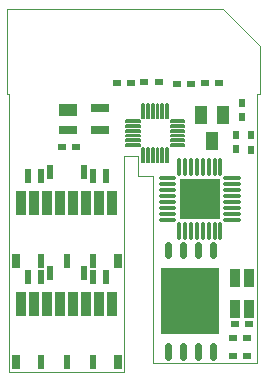
<source format=gts>
G04 EAGLE Gerber RS-274X export*
G75*
%MOMM*%
%FSLAX34Y34*%
%LPD*%
%AMOC8*
5,1,8,0,0,1.08239X$1,22.5*%
G01*
%ADD10C,0.030000*%
%ADD11C,0.351600*%
%ADD12R,3.501600X3.501600*%
%ADD13R,0.701600X0.601600*%
%ADD14R,0.601600X0.701600*%
%ADD15C,0.601600*%
%ADD16R,4.901600X5.701600*%
%ADD17R,0.901600X1.501600*%
%ADD18C,0.150800*%
%ADD19R,1.501600X1.101600*%
%ADD20R,1.501600X0.701600*%
%ADD21R,0.651600X1.201600*%
%ADD22R,0.551600X1.301600*%
%ADD23R,0.601600X1.301600*%
%ADD24R,0.601600X1.201600*%
%ADD25R,0.901600X2.101600*%
%ADD26R,1.101600X1.501600*%


D10*
X500Y-3000D02*
X500Y232500D01*
X-2000Y232500D01*
X-2000Y304000D01*
X181200Y304000D01*
X213000Y272700D01*
X213000Y232500D01*
X210000Y232500D01*
X210000Y4000D01*
X122000Y4000D01*
X122000Y163000D01*
X109000Y163000D01*
X109000Y180000D01*
X97500Y180000D01*
X97500Y-3000D01*
X500Y-3000D01*
D11*
X183150Y125750D02*
X194650Y125750D01*
D12*
X161650Y143250D03*
D11*
X183150Y130750D02*
X194650Y130750D01*
X194650Y135750D02*
X183150Y135750D01*
X183150Y140750D02*
X194650Y140750D01*
X194650Y145750D02*
X183150Y145750D01*
X183150Y150750D02*
X194650Y150750D01*
X194650Y155750D02*
X183150Y155750D01*
X183150Y160750D02*
X194650Y160750D01*
X179150Y164750D02*
X179150Y176250D01*
X174150Y176250D02*
X174150Y164750D01*
X169150Y164750D02*
X169150Y176250D01*
X164150Y176250D02*
X164150Y164750D01*
X159150Y164750D02*
X159150Y176250D01*
X154150Y176250D02*
X154150Y164750D01*
X149150Y164750D02*
X149150Y176250D01*
X144150Y176250D02*
X144150Y164750D01*
X140150Y160750D02*
X128650Y160750D01*
X128650Y155750D02*
X140150Y155750D01*
X140150Y150750D02*
X128650Y150750D01*
X128650Y145750D02*
X140150Y145750D01*
X140150Y140750D02*
X128650Y140750D01*
X128650Y135750D02*
X140150Y135750D01*
X140150Y130750D02*
X128650Y130750D01*
X128650Y125750D02*
X140150Y125750D01*
X144150Y121750D02*
X144150Y110250D01*
X149150Y110250D02*
X149150Y121750D01*
X154150Y121750D02*
X154150Y110250D01*
X159150Y110250D02*
X159150Y121750D01*
X164150Y121750D02*
X164150Y110250D01*
X169150Y110250D02*
X169150Y121750D01*
X174150Y121750D02*
X174150Y110250D01*
X179150Y110250D02*
X179150Y121750D01*
D13*
X154500Y240950D03*
X142500Y240950D03*
X114700Y241950D03*
X126700Y241950D03*
X103450Y241550D03*
X91450Y241550D03*
D14*
X204650Y197036D03*
X204650Y185036D03*
D15*
X172550Y104550D02*
X172550Y95550D01*
D16*
X153500Y57050D03*
D15*
X159850Y95550D02*
X159850Y104550D01*
X147150Y104550D02*
X147150Y95550D01*
X134450Y95550D02*
X134450Y104550D01*
X134450Y18550D02*
X134450Y9550D01*
X147150Y9550D02*
X147150Y18550D01*
X159850Y18550D02*
X159850Y9550D01*
X172550Y9550D02*
X172550Y18550D01*
D13*
X201550Y10000D03*
X189550Y10000D03*
D17*
X203250Y50000D03*
X203250Y76000D03*
X191250Y76000D03*
X191250Y50000D03*
D13*
X203115Y37092D03*
X191115Y37092D03*
D18*
X148554Y189854D02*
X136846Y189854D01*
X148554Y189854D02*
X148554Y188346D01*
X136846Y188346D01*
X136846Y189854D01*
X136846Y189779D02*
X148554Y189779D01*
X148554Y193854D02*
X136846Y193854D01*
X148554Y193854D02*
X148554Y192346D01*
X136846Y192346D01*
X136846Y193854D01*
X136846Y193779D02*
X148554Y193779D01*
X148554Y197854D02*
X136846Y197854D01*
X148554Y197854D02*
X148554Y196346D01*
X136846Y196346D01*
X136846Y197854D01*
X136846Y197779D02*
X148554Y197779D01*
X148554Y201854D02*
X136846Y201854D01*
X148554Y201854D02*
X148554Y200346D01*
X136846Y200346D01*
X136846Y201854D01*
X136846Y201779D02*
X148554Y201779D01*
X148554Y205854D02*
X136846Y205854D01*
X148554Y205854D02*
X148554Y204346D01*
X136846Y204346D01*
X136846Y205854D01*
X136846Y205779D02*
X148554Y205779D01*
X148554Y209854D02*
X136846Y209854D01*
X148554Y209854D02*
X148554Y208346D01*
X136846Y208346D01*
X136846Y209854D01*
X136846Y209779D02*
X148554Y209779D01*
X133046Y212146D02*
X133046Y223854D01*
X134554Y223854D01*
X134554Y212146D01*
X133046Y212146D01*
X133046Y213579D02*
X134554Y213579D01*
X134554Y215012D02*
X133046Y215012D01*
X133046Y216445D02*
X134554Y216445D01*
X134554Y217878D02*
X133046Y217878D01*
X133046Y219311D02*
X134554Y219311D01*
X134554Y220744D02*
X133046Y220744D01*
X133046Y222177D02*
X134554Y222177D01*
X134554Y223610D02*
X133046Y223610D01*
X129046Y223854D02*
X129046Y212146D01*
X129046Y223854D02*
X130554Y223854D01*
X130554Y212146D01*
X129046Y212146D01*
X129046Y213579D02*
X130554Y213579D01*
X130554Y215012D02*
X129046Y215012D01*
X129046Y216445D02*
X130554Y216445D01*
X130554Y217878D02*
X129046Y217878D01*
X129046Y219311D02*
X130554Y219311D01*
X130554Y220744D02*
X129046Y220744D01*
X129046Y222177D02*
X130554Y222177D01*
X130554Y223610D02*
X129046Y223610D01*
X125046Y223854D02*
X125046Y212146D01*
X125046Y223854D02*
X126554Y223854D01*
X126554Y212146D01*
X125046Y212146D01*
X125046Y213579D02*
X126554Y213579D01*
X126554Y215012D02*
X125046Y215012D01*
X125046Y216445D02*
X126554Y216445D01*
X126554Y217878D02*
X125046Y217878D01*
X125046Y219311D02*
X126554Y219311D01*
X126554Y220744D02*
X125046Y220744D01*
X125046Y222177D02*
X126554Y222177D01*
X126554Y223610D02*
X125046Y223610D01*
X121046Y223854D02*
X121046Y212146D01*
X121046Y223854D02*
X122554Y223854D01*
X122554Y212146D01*
X121046Y212146D01*
X121046Y213579D02*
X122554Y213579D01*
X122554Y215012D02*
X121046Y215012D01*
X121046Y216445D02*
X122554Y216445D01*
X122554Y217878D02*
X121046Y217878D01*
X121046Y219311D02*
X122554Y219311D01*
X122554Y220744D02*
X121046Y220744D01*
X121046Y222177D02*
X122554Y222177D01*
X122554Y223610D02*
X121046Y223610D01*
X117046Y223854D02*
X117046Y212146D01*
X117046Y223854D02*
X118554Y223854D01*
X118554Y212146D01*
X117046Y212146D01*
X117046Y213579D02*
X118554Y213579D01*
X118554Y215012D02*
X117046Y215012D01*
X117046Y216445D02*
X118554Y216445D01*
X118554Y217878D02*
X117046Y217878D01*
X117046Y219311D02*
X118554Y219311D01*
X118554Y220744D02*
X117046Y220744D01*
X117046Y222177D02*
X118554Y222177D01*
X118554Y223610D02*
X117046Y223610D01*
X113046Y223854D02*
X113046Y212146D01*
X113046Y223854D02*
X114554Y223854D01*
X114554Y212146D01*
X113046Y212146D01*
X113046Y213579D02*
X114554Y213579D01*
X114554Y215012D02*
X113046Y215012D01*
X113046Y216445D02*
X114554Y216445D01*
X114554Y217878D02*
X113046Y217878D01*
X113046Y219311D02*
X114554Y219311D01*
X114554Y220744D02*
X113046Y220744D01*
X113046Y222177D02*
X114554Y222177D01*
X114554Y223610D02*
X113046Y223610D01*
X110754Y208346D02*
X99046Y208346D01*
X99046Y209854D01*
X110754Y209854D01*
X110754Y208346D01*
X110754Y209779D02*
X99046Y209779D01*
X99046Y204346D02*
X110754Y204346D01*
X99046Y204346D02*
X99046Y205854D01*
X110754Y205854D01*
X110754Y204346D01*
X110754Y205779D02*
X99046Y205779D01*
X99046Y200346D02*
X110754Y200346D01*
X99046Y200346D02*
X99046Y201854D01*
X110754Y201854D01*
X110754Y200346D01*
X110754Y201779D02*
X99046Y201779D01*
X99046Y196346D02*
X110754Y196346D01*
X99046Y196346D02*
X99046Y197854D01*
X110754Y197854D01*
X110754Y196346D01*
X110754Y197779D02*
X99046Y197779D01*
X99046Y192346D02*
X110754Y192346D01*
X99046Y192346D02*
X99046Y193854D01*
X110754Y193854D01*
X110754Y192346D01*
X110754Y193779D02*
X99046Y193779D01*
X99046Y188346D02*
X110754Y188346D01*
X99046Y188346D02*
X99046Y189854D01*
X110754Y189854D01*
X110754Y188346D01*
X110754Y189779D02*
X99046Y189779D01*
X114554Y186054D02*
X114554Y174346D01*
X113046Y174346D01*
X113046Y186054D01*
X114554Y186054D01*
X114554Y175779D02*
X113046Y175779D01*
X113046Y177212D02*
X114554Y177212D01*
X114554Y178645D02*
X113046Y178645D01*
X113046Y180078D02*
X114554Y180078D01*
X114554Y181511D02*
X113046Y181511D01*
X113046Y182944D02*
X114554Y182944D01*
X114554Y184377D02*
X113046Y184377D01*
X113046Y185810D02*
X114554Y185810D01*
X118554Y186054D02*
X118554Y174346D01*
X117046Y174346D01*
X117046Y186054D01*
X118554Y186054D01*
X118554Y175779D02*
X117046Y175779D01*
X117046Y177212D02*
X118554Y177212D01*
X118554Y178645D02*
X117046Y178645D01*
X117046Y180078D02*
X118554Y180078D01*
X118554Y181511D02*
X117046Y181511D01*
X117046Y182944D02*
X118554Y182944D01*
X118554Y184377D02*
X117046Y184377D01*
X117046Y185810D02*
X118554Y185810D01*
X122554Y186054D02*
X122554Y174346D01*
X121046Y174346D01*
X121046Y186054D01*
X122554Y186054D01*
X122554Y175779D02*
X121046Y175779D01*
X121046Y177212D02*
X122554Y177212D01*
X122554Y178645D02*
X121046Y178645D01*
X121046Y180078D02*
X122554Y180078D01*
X122554Y181511D02*
X121046Y181511D01*
X121046Y182944D02*
X122554Y182944D01*
X122554Y184377D02*
X121046Y184377D01*
X121046Y185810D02*
X122554Y185810D01*
X126554Y186054D02*
X126554Y174346D01*
X125046Y174346D01*
X125046Y186054D01*
X126554Y186054D01*
X126554Y175779D02*
X125046Y175779D01*
X125046Y177212D02*
X126554Y177212D01*
X126554Y178645D02*
X125046Y178645D01*
X125046Y180078D02*
X126554Y180078D01*
X126554Y181511D02*
X125046Y181511D01*
X125046Y182944D02*
X126554Y182944D01*
X126554Y184377D02*
X125046Y184377D01*
X125046Y185810D02*
X126554Y185810D01*
X130554Y186054D02*
X130554Y174346D01*
X129046Y174346D01*
X129046Y186054D01*
X130554Y186054D01*
X130554Y175779D02*
X129046Y175779D01*
X129046Y177212D02*
X130554Y177212D01*
X130554Y178645D02*
X129046Y178645D01*
X129046Y180078D02*
X130554Y180078D01*
X130554Y181511D02*
X129046Y181511D01*
X129046Y182944D02*
X130554Y182944D01*
X130554Y184377D02*
X129046Y184377D01*
X129046Y185810D02*
X130554Y185810D01*
X134554Y186054D02*
X134554Y174346D01*
X133046Y174346D01*
X133046Y186054D01*
X134554Y186054D01*
X134554Y175779D02*
X133046Y175779D01*
X133046Y177212D02*
X134554Y177212D01*
X134554Y178645D02*
X133046Y178645D01*
X133046Y180078D02*
X134554Y180078D01*
X134554Y181511D02*
X133046Y181511D01*
X133046Y182944D02*
X134554Y182944D01*
X134554Y184377D02*
X133046Y184377D01*
X133046Y185810D02*
X134554Y185810D01*
D13*
X201700Y25450D03*
X189700Y25450D03*
D19*
X50250Y218450D03*
D20*
X50250Y201450D03*
X77250Y201450D03*
X77250Y220450D03*
D13*
X56950Y187350D03*
X44950Y187350D03*
D21*
X92000Y90700D03*
D22*
X82000Y162700D03*
X71000Y162700D03*
D23*
X63500Y166300D03*
X34500Y166300D03*
D22*
X27000Y162700D03*
X16000Y162700D03*
D21*
X6000Y90700D03*
D24*
X27200Y90700D03*
X49000Y90700D03*
X70800Y90700D03*
D25*
X43500Y140000D03*
X32500Y140000D03*
X21500Y140000D03*
X10500Y140000D03*
X54500Y140000D03*
X65500Y140000D03*
X76500Y140000D03*
X87500Y140000D03*
D13*
X165650Y241050D03*
X177650Y241050D03*
D26*
X172100Y192650D03*
X162600Y214650D03*
X181600Y214650D03*
D14*
X197450Y212400D03*
X197450Y224400D03*
X192350Y197200D03*
X192350Y185200D03*
D21*
X92000Y5200D03*
D22*
X82000Y77200D03*
X71000Y77200D03*
D23*
X63500Y80800D03*
X34500Y80800D03*
D22*
X27000Y77200D03*
X16000Y77200D03*
D21*
X6000Y5200D03*
D24*
X27200Y5200D03*
X49000Y5200D03*
X70800Y5200D03*
D25*
X43500Y54500D03*
X32500Y54500D03*
X21500Y54500D03*
X10500Y54500D03*
X54500Y54500D03*
X65500Y54500D03*
X76500Y54500D03*
X87500Y54500D03*
M02*

</source>
